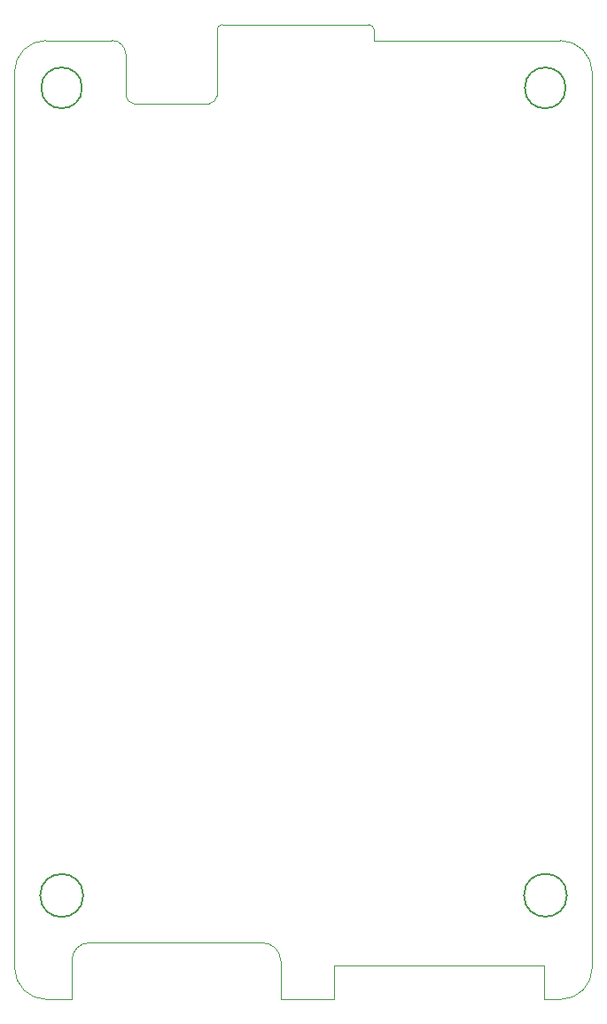
<source format=gko>
G04*
G04 #@! TF.GenerationSoftware,Altium Limited,Altium Designer,21.2.1 (34)*
G04*
G04 Layer_Color=16711935*
%FSTAX24Y24*%
%MOIN*%
G70*
G04*
G04 #@! TF.SameCoordinates,4AC015DC-E3C4-4AC6-9BA4-5EE9E9B64A6E*
G04*
G04*
G04 #@! TF.FilePolarity,Positive*
G04*
G01*
G75*
%ADD10C,0.0070*%
%ADD175C,0.0010*%
%ADD176C,0.0010*%
D10*
X062343Y098643D02*
G03*
X062343Y098643I-000768J0D01*
G01*
X062389Y068291D02*
G03*
X062389Y068291I-000807J0D01*
G01*
X044192Y068281D02*
G03*
X044192Y068281I-000807J0D01*
G01*
X044151Y098645D02*
G03*
X044151Y098645I-000768J0D01*
G01*
D175*
X055136Y100825D02*
G03*
X05494Y101022I-000197J000001D01*
G01*
X04943D02*
G03*
X049234Y100825I000001J-000197D01*
G01*
X042795Y100429D02*
G03*
X041614Y099247I0J-001181D01*
G01*
X063346Y099218D02*
G03*
X062136Y100429I-00121J0D01*
G01*
X062146Y06437D02*
G03*
X063346Y06557I0J0012D01*
G01*
X048924Y09805D02*
G03*
X049234Y098351I-000015J000326D01*
G01*
X045796Y098361D02*
G03*
X046097Y09805I000326J000015D01*
G01*
X045796Y099903D02*
G03*
X045275Y100429I-000523J000003D01*
G01*
X041614Y06557D02*
G03*
X042814Y06437I0012J0D01*
G01*
X044441Y066504D02*
G03*
X043772Y06585I-000013J-000657D01*
G01*
X05163Y065808D02*
G03*
X050917Y066504I-000699J-000003D01*
G01*
X061534Y06437D02*
X062146D01*
X061534D02*
Y06565D01*
X053624D02*
X061534D01*
X053624Y06437D02*
Y06565D01*
X05163Y06437D02*
X053624D01*
X055136Y100429D02*
X062136Y100429D01*
X063346Y06557D02*
Y099218D01*
X049234Y098351D02*
Y100825D01*
X046084Y09805D02*
X048924D01*
X045796Y098362D02*
Y099903D01*
X042803Y100429D02*
X045275D01*
X042814Y06437D02*
X043772D01*
X041614Y06557D02*
Y099247D01*
X043772Y06437D02*
Y065847D01*
X05163Y06437D02*
Y065808D01*
X044428Y066504D02*
X050931D01*
D176*
X055136Y100429D02*
Y100825D01*
X04943Y101022D02*
X05494Y101022D01*
M02*

</source>
